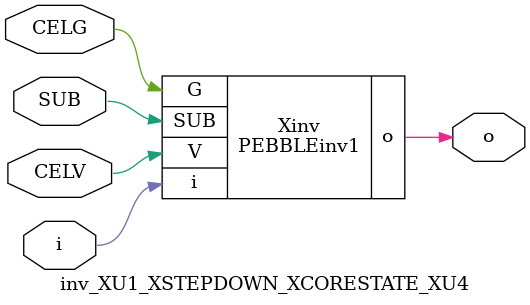
<source format=v>



module PEBBLEinv1 ( o, G, SUB, V, i );

  input V;
  input i;
  input G;
  output o;
  input SUB;
endmodule

//Celera Confidential Do Not Copy inv_XU1_XSTEPDOWN_XCORESTATE_XU4
//Celera Confidential Symbol Generator
//5V Inverter
module inv_XU1_XSTEPDOWN_XCORESTATE_XU4 (CELV,CELG,i,o,SUB);
input CELV;
input CELG;
input i;
input SUB;
output o;

//Celera Confidential Do Not Copy inv
PEBBLEinv1 Xinv(
.V (CELV),
.i (i),
.o (o),
.SUB (SUB),
.G (CELG)
);
//,diesize,PEBBLEinv1

//Celera Confidential Do Not Copy Module End
//Celera Schematic Generator
endmodule

</source>
